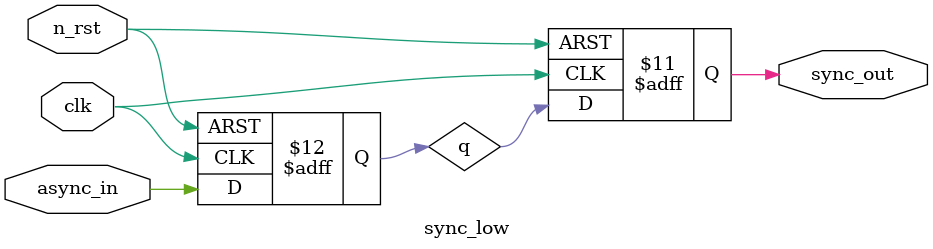
<source format=sv>

module sync_low
(
	input wire clk,
	input wire n_rst,
	input wire async_in,
	output reg sync_out
);
	reg q;

	always_ff @ (posedge clk, negedge n_rst)
	begin
		if(1'b0 == n_rst)
		begin
			q <= 0;
		end
		else
		begin
			q <= async_in;
		end
	end

	always_ff @ (posedge clk, negedge n_rst)
	begin
		if(1'b0 == n_rst)
		begin
			sync_out <= 0;
		end
		else
		begin
			if(q == 0 || q == 1)
			begin
				sync_out <= q;
			end
			else
			begin
				sync_out <= 0;
			end
		end
	end

endmodule

</source>
